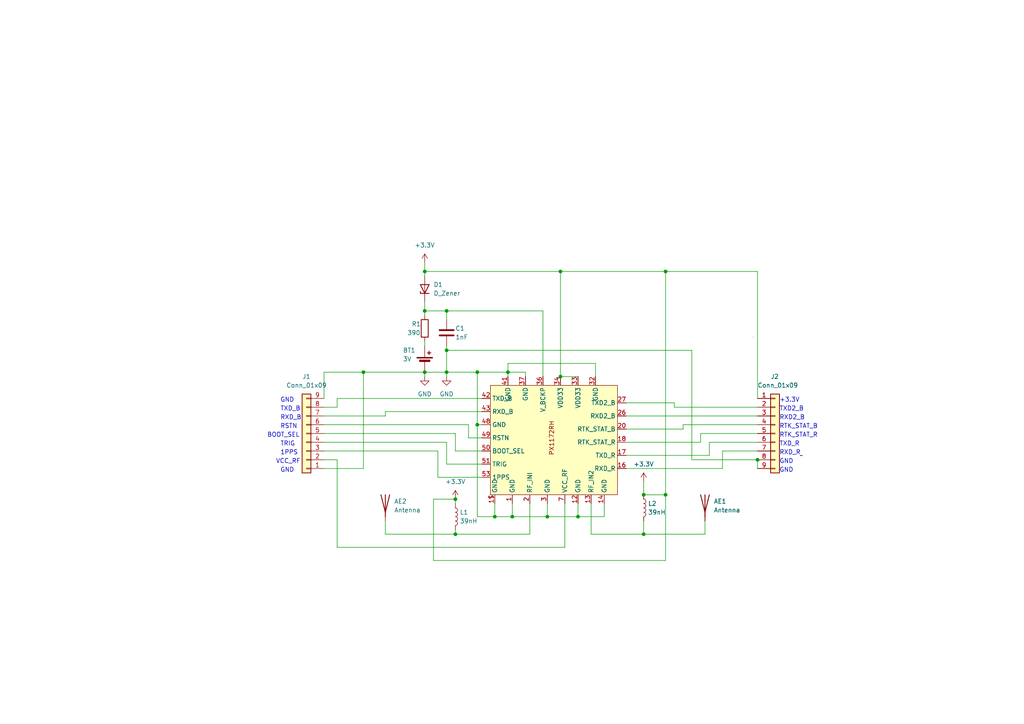
<source format=kicad_sch>
(kicad_sch (version 20230121) (generator eeschema)

  (uuid 2356b92f-407f-4e19-8c3e-465665545ff2)

  (paper "A4")

  (lib_symbols
    (symbol "Connector_Generic:Conn_01x09" (pin_names (offset 1.016) hide) (in_bom yes) (on_board yes)
      (property "Reference" "J" (at 0 12.7 0)
        (effects (font (size 1.27 1.27)))
      )
      (property "Value" "Conn_01x09" (at 0 -12.7 0)
        (effects (font (size 1.27 1.27)))
      )
      (property "Footprint" "" (at 0 0 0)
        (effects (font (size 1.27 1.27)) hide)
      )
      (property "Datasheet" "~" (at 0 0 0)
        (effects (font (size 1.27 1.27)) hide)
      )
      (property "ki_keywords" "connector" (at 0 0 0)
        (effects (font (size 1.27 1.27)) hide)
      )
      (property "ki_description" "Generic connector, single row, 01x09, script generated (kicad-library-utils/schlib/autogen/connector/)" (at 0 0 0)
        (effects (font (size 1.27 1.27)) hide)
      )
      (property "ki_fp_filters" "Connector*:*_1x??_*" (at 0 0 0)
        (effects (font (size 1.27 1.27)) hide)
      )
      (symbol "Conn_01x09_1_1"
        (rectangle (start -1.27 -10.033) (end 0 -10.287)
          (stroke (width 0.1524) (type default))
          (fill (type none))
        )
        (rectangle (start -1.27 -7.493) (end 0 -7.747)
          (stroke (width 0.1524) (type default))
          (fill (type none))
        )
        (rectangle (start -1.27 -4.953) (end 0 -5.207)
          (stroke (width 0.1524) (type default))
          (fill (type none))
        )
        (rectangle (start -1.27 -2.413) (end 0 -2.667)
          (stroke (width 0.1524) (type default))
          (fill (type none))
        )
        (rectangle (start -1.27 0.127) (end 0 -0.127)
          (stroke (width 0.1524) (type default))
          (fill (type none))
        )
        (rectangle (start -1.27 2.667) (end 0 2.413)
          (stroke (width 0.1524) (type default))
          (fill (type none))
        )
        (rectangle (start -1.27 5.207) (end 0 4.953)
          (stroke (width 0.1524) (type default))
          (fill (type none))
        )
        (rectangle (start -1.27 7.747) (end 0 7.493)
          (stroke (width 0.1524) (type default))
          (fill (type none))
        )
        (rectangle (start -1.27 10.287) (end 0 10.033)
          (stroke (width 0.1524) (type default))
          (fill (type none))
        )
        (rectangle (start -1.27 11.43) (end 1.27 -11.43)
          (stroke (width 0.254) (type default))
          (fill (type background))
        )
        (pin passive line (at -5.08 10.16 0) (length 3.81)
          (name "Pin_1" (effects (font (size 1.27 1.27))))
          (number "1" (effects (font (size 1.27 1.27))))
        )
        (pin passive line (at -5.08 7.62 0) (length 3.81)
          (name "Pin_2" (effects (font (size 1.27 1.27))))
          (number "2" (effects (font (size 1.27 1.27))))
        )
        (pin passive line (at -5.08 5.08 0) (length 3.81)
          (name "Pin_3" (effects (font (size 1.27 1.27))))
          (number "3" (effects (font (size 1.27 1.27))))
        )
        (pin passive line (at -5.08 2.54 0) (length 3.81)
          (name "Pin_4" (effects (font (size 1.27 1.27))))
          (number "4" (effects (font (size 1.27 1.27))))
        )
        (pin passive line (at -5.08 0 0) (length 3.81)
          (name "Pin_5" (effects (font (size 1.27 1.27))))
          (number "5" (effects (font (size 1.27 1.27))))
        )
        (pin passive line (at -5.08 -2.54 0) (length 3.81)
          (name "Pin_6" (effects (font (size 1.27 1.27))))
          (number "6" (effects (font (size 1.27 1.27))))
        )
        (pin passive line (at -5.08 -5.08 0) (length 3.81)
          (name "Pin_7" (effects (font (size 1.27 1.27))))
          (number "7" (effects (font (size 1.27 1.27))))
        )
        (pin passive line (at -5.08 -7.62 0) (length 3.81)
          (name "Pin_8" (effects (font (size 1.27 1.27))))
          (number "8" (effects (font (size 1.27 1.27))))
        )
        (pin passive line (at -5.08 -10.16 0) (length 3.81)
          (name "Pin_9" (effects (font (size 1.27 1.27))))
          (number "9" (effects (font (size 1.27 1.27))))
        )
      )
    )
    (symbol "Device:Antenna" (pin_numbers hide) (pin_names (offset 1.016) hide) (in_bom yes) (on_board yes)
      (property "Reference" "AE" (at -1.905 1.905 0)
        (effects (font (size 1.27 1.27)) (justify right))
      )
      (property "Value" "Antenna" (at -1.905 0 0)
        (effects (font (size 1.27 1.27)) (justify right))
      )
      (property "Footprint" "" (at 0 0 0)
        (effects (font (size 1.27 1.27)) hide)
      )
      (property "Datasheet" "~" (at 0 0 0)
        (effects (font (size 1.27 1.27)) hide)
      )
      (property "ki_keywords" "antenna" (at 0 0 0)
        (effects (font (size 1.27 1.27)) hide)
      )
      (property "ki_description" "Antenna" (at 0 0 0)
        (effects (font (size 1.27 1.27)) hide)
      )
      (symbol "Antenna_0_1"
        (polyline
          (pts
            (xy 0 2.54)
            (xy 0 -3.81)
          )
          (stroke (width 0.254) (type default))
          (fill (type none))
        )
        (polyline
          (pts
            (xy 1.27 2.54)
            (xy 0 -2.54)
            (xy -1.27 2.54)
          )
          (stroke (width 0.254) (type default))
          (fill (type none))
        )
      )
      (symbol "Antenna_1_1"
        (pin input line (at 0 -5.08 90) (length 2.54)
          (name "A" (effects (font (size 1.27 1.27))))
          (number "1" (effects (font (size 1.27 1.27))))
        )
      )
    )
    (symbol "Device:Battery_Cell" (pin_numbers hide) (pin_names (offset 0) hide) (in_bom yes) (on_board yes)
      (property "Reference" "BT1" (at -6.35 3.81 0)
        (effects (font (size 1.27 1.27)) (justify left))
      )
      (property "Value" "3V" (at -6.35 1.27 0)
        (effects (font (size 1.27 1.27)) (justify left))
      )
      (property "Footprint" "Gps:BAT_MS920SE-FL27E" (at 10.16 1.27 90)
        (effects (font (size 1.27 1.27)) hide)
      )
      (property "Datasheet" "~" (at 0 1.524 90)
        (effects (font (size 1.27 1.27)) hide)
      )
      (property "ki_keywords" "battery cell" (at 0 0 0)
        (effects (font (size 1.27 1.27)) hide)
      )
      (property "ki_description" "Single-cell battery" (at 0 0 0)
        (effects (font (size 1.27 1.27)) hide)
      )
      (symbol "Battery_Cell_0_1"
        (rectangle (start -2.286 1.778) (end 2.286 1.524)
          (stroke (width 0) (type default))
          (fill (type outline))
        )
        (rectangle (start -1.524 1.016) (end 1.524 0.508)
          (stroke (width 0) (type default))
          (fill (type outline))
        )
        (polyline
          (pts
            (xy 0 0.762)
            (xy 0 0)
          )
          (stroke (width 0) (type default))
          (fill (type none))
        )
        (polyline
          (pts
            (xy 0 1.778)
            (xy 0 2.54)
          )
          (stroke (width 0) (type default))
          (fill (type none))
        )
        (polyline
          (pts
            (xy 0.762 3.048)
            (xy 1.778 3.048)
          )
          (stroke (width 0.254) (type default))
          (fill (type none))
        )
        (polyline
          (pts
            (xy 1.27 3.556)
            (xy 1.27 2.54)
          )
          (stroke (width 0.254) (type default))
          (fill (type none))
        )
      )
      (symbol "Battery_Cell_1_1"
        (pin passive line (at 0 -2.54 90) (length 2.54)
          (name "-" (effects (font (size 1.27 1.27))))
          (number "N" (effects (font (size 1.27 1.27))))
        )
        (pin passive line (at 0 5.08 270) (length 2.54)
          (name "+" (effects (font (size 1.27 1.27))))
          (number "P" (effects (font (size 1.27 1.27))))
        )
      )
    )
    (symbol "Device:C" (pin_numbers hide) (pin_names (offset 0.254)) (in_bom yes) (on_board yes)
      (property "Reference" "C" (at 0.635 2.54 0)
        (effects (font (size 1.27 1.27)) (justify left))
      )
      (property "Value" "C" (at 0.635 -2.54 0)
        (effects (font (size 1.27 1.27)) (justify left))
      )
      (property "Footprint" "" (at 0.9652 -3.81 0)
        (effects (font (size 1.27 1.27)) hide)
      )
      (property "Datasheet" "~" (at 0 0 0)
        (effects (font (size 1.27 1.27)) hide)
      )
      (property "ki_keywords" "cap capacitor" (at 0 0 0)
        (effects (font (size 1.27 1.27)) hide)
      )
      (property "ki_description" "Unpolarized capacitor" (at 0 0 0)
        (effects (font (size 1.27 1.27)) hide)
      )
      (property "ki_fp_filters" "C_*" (at 0 0 0)
        (effects (font (size 1.27 1.27)) hide)
      )
      (symbol "C_0_1"
        (polyline
          (pts
            (xy -2.032 -0.762)
            (xy 2.032 -0.762)
          )
          (stroke (width 0.508) (type default))
          (fill (type none))
        )
        (polyline
          (pts
            (xy -2.032 0.762)
            (xy 2.032 0.762)
          )
          (stroke (width 0.508) (type default))
          (fill (type none))
        )
      )
      (symbol "C_1_1"
        (pin passive line (at 0 3.81 270) (length 2.794)
          (name "~" (effects (font (size 1.27 1.27))))
          (number "1" (effects (font (size 1.27 1.27))))
        )
        (pin passive line (at 0 -3.81 90) (length 2.794)
          (name "~" (effects (font (size 1.27 1.27))))
          (number "2" (effects (font (size 1.27 1.27))))
        )
      )
    )
    (symbol "Device:D_Zener" (pin_numbers hide) (pin_names (offset 1.016) hide) (in_bom yes) (on_board yes)
      (property "Reference" "D1" (at 1.27 -2.54 90)
        (effects (font (size 1.27 1.27)) (justify right))
      )
      (property "Value" "D_Zener" (at -1.27 -2.54 90)
        (effects (font (size 1.27 1.27)) (justify right))
      )
      (property "Footprint" "Gps:DIO_RB400DFH_ROM-M" (at 0 -3.81 0)
        (effects (font (size 1.27 1.27)) hide)
      )
      (property "Datasheet" "~" (at 0 0 0)
        (effects (font (size 1.27 1.27)) hide)
      )
      (property "ki_keywords" "diode" (at 0 0 0)
        (effects (font (size 1.27 1.27)) hide)
      )
      (property "ki_description" "Zener diode" (at 0 0 0)
        (effects (font (size 1.27 1.27)) hide)
      )
      (property "ki_fp_filters" "TO-???* *_Diode_* *SingleDiode* D_*" (at 0 0 0)
        (effects (font (size 1.27 1.27)) hide)
      )
      (symbol "D_Zener_0_1"
        (polyline
          (pts
            (xy 1.27 0)
            (xy -1.27 0)
          )
          (stroke (width 0) (type default))
          (fill (type none))
        )
        (polyline
          (pts
            (xy -1.27 -1.27)
            (xy -1.27 1.27)
            (xy -0.762 1.27)
          )
          (stroke (width 0.254) (type default))
          (fill (type none))
        )
        (polyline
          (pts
            (xy 1.27 -1.27)
            (xy 1.27 1.27)
            (xy -1.27 0)
            (xy 1.27 -1.27)
          )
          (stroke (width 0.254) (type default))
          (fill (type none))
        )
      )
      (symbol "D_Zener_1_1"
        (pin passive line (at 3.81 0 180) (length 2.54)
          (name "A" (effects (font (size 1.27 1.27))))
          (number "2" (effects (font (size 1.27 1.27))))
        )
        (pin passive line (at -3.81 0 0) (length 2.54)
          (name "K" (effects (font (size 1.27 1.27))))
          (number "3" (effects (font (size 1.27 1.27))))
        )
      )
    )
    (symbol "Device:L" (pin_numbers hide) (pin_names (offset 1.016) hide) (in_bom yes) (on_board yes)
      (property "Reference" "L" (at -1.27 0 90)
        (effects (font (size 1.27 1.27)))
      )
      (property "Value" "L" (at 1.905 0 90)
        (effects (font (size 1.27 1.27)))
      )
      (property "Footprint" "" (at 0 0 0)
        (effects (font (size 1.27 1.27)) hide)
      )
      (property "Datasheet" "~" (at 0 0 0)
        (effects (font (size 1.27 1.27)) hide)
      )
      (property "ki_keywords" "inductor choke coil reactor magnetic" (at 0 0 0)
        (effects (font (size 1.27 1.27)) hide)
      )
      (property "ki_description" "Inductor" (at 0 0 0)
        (effects (font (size 1.27 1.27)) hide)
      )
      (property "ki_fp_filters" "Choke_* *Coil* Inductor_* L_*" (at 0 0 0)
        (effects (font (size 1.27 1.27)) hide)
      )
      (symbol "L_0_1"
        (arc (start 0 -2.54) (mid 0.6323 -1.905) (end 0 -1.27)
          (stroke (width 0) (type default))
          (fill (type none))
        )
        (arc (start 0 -1.27) (mid 0.6323 -0.635) (end 0 0)
          (stroke (width 0) (type default))
          (fill (type none))
        )
        (arc (start 0 0) (mid 0.6323 0.635) (end 0 1.27)
          (stroke (width 0) (type default))
          (fill (type none))
        )
        (arc (start 0 1.27) (mid 0.6323 1.905) (end 0 2.54)
          (stroke (width 0) (type default))
          (fill (type none))
        )
      )
      (symbol "L_1_1"
        (pin passive line (at 0 3.81 270) (length 1.27)
          (name "1" (effects (font (size 1.27 1.27))))
          (number "1" (effects (font (size 1.27 1.27))))
        )
        (pin passive line (at 0 -3.81 90) (length 1.27)
          (name "2" (effects (font (size 1.27 1.27))))
          (number "2" (effects (font (size 1.27 1.27))))
        )
      )
    )
    (symbol "Device:R" (pin_numbers hide) (pin_names (offset 0)) (in_bom yes) (on_board yes)
      (property "Reference" "R" (at 2.032 0 90)
        (effects (font (size 1.27 1.27)))
      )
      (property "Value" "R" (at 0 0 90)
        (effects (font (size 1.27 1.27)))
      )
      (property "Footprint" "" (at -1.778 0 90)
        (effects (font (size 1.27 1.27)) hide)
      )
      (property "Datasheet" "~" (at 0 0 0)
        (effects (font (size 1.27 1.27)) hide)
      )
      (property "ki_keywords" "R res resistor" (at 0 0 0)
        (effects (font (size 1.27 1.27)) hide)
      )
      (property "ki_description" "Resistor" (at 0 0 0)
        (effects (font (size 1.27 1.27)) hide)
      )
      (property "ki_fp_filters" "R_*" (at 0 0 0)
        (effects (font (size 1.27 1.27)) hide)
      )
      (symbol "R_0_1"
        (rectangle (start -1.016 -2.54) (end 1.016 2.54)
          (stroke (width 0.254) (type default))
          (fill (type none))
        )
      )
      (symbol "R_1_1"
        (pin passive line (at 0 3.81 270) (length 1.27)
          (name "~" (effects (font (size 1.27 1.27))))
          (number "1" (effects (font (size 1.27 1.27))))
        )
        (pin passive line (at 0 -3.81 90) (length 1.27)
          (name "~" (effects (font (size 1.27 1.27))))
          (number "2" (effects (font (size 1.27 1.27))))
        )
      )
    )
    (symbol "GPS:PX1172RH" (in_bom yes) (on_board yes)
      (property "Reference" "U1" (at 53.34 24.7081 0)
        (effects (font (size 1.27 1.27)) hide)
      )
      (property "Value" "~" (at 64.77 5.08 0)
        (effects (font (size 1.27 1.27)))
      )
      (property "Footprint" "Gps:PX1172RH" (at 64.77 5.08 0)
        (effects (font (size 1.27 1.27)) hide)
      )
      (property "Datasheet" "" (at 64.77 5.08 0)
        (effects (font (size 1.27 1.27)) hide)
      )
      (symbol "PX1172RH_0_1"
        (rectangle (start 50.8 39.37) (end 50.8 39.37)
          (stroke (width 0) (type default))
          (fill (type none))
        )
      )
      (symbol "PX1172RH_1_1"
        (rectangle (start -25.4 25.4) (end 11.43 -6.35)
          (stroke (width 0) (type default))
          (fill (type background))
        )
        (text "PX1172RH" (at -7.62 10.16 900)
          (effects (font (size 1.27 1.27)))
        )
        (pin power_in line (at -19.05 -8.89 90) (length 2.54)
          (name "GND" (effects (font (size 1.27 1.27))))
          (number "1" (effects (font (size 1.27 1.27))))
        )
        (pin passive line (at -24.13 -8.89 90) (length 2.54)
          (name "GND" (effects (font (size 1.27 1.27))))
          (number "1$" (effects (font (size 1.27 1.27))))
        )
        (pin input line (at 0 -8.89 90) (length 2.54)
          (name "GND" (effects (font (size 1.27 1.27))))
          (number "12" (effects (font (size 1.27 1.27))))
        )
        (pin input line (at 3.81 -8.89 90) (length 2.54)
          (name "RF_IN2" (effects (font (size 1.27 1.27))))
          (number "13" (effects (font (size 1.27 1.27))))
        )
        (pin input line (at 7.62 -8.89 90) (length 2.54)
          (name "GND" (effects (font (size 1.27 1.27))))
          (number "14" (effects (font (size 1.27 1.27))))
        )
        (pin input line (at 13.97 1.27 180) (length 2.54)
          (name "RXD_R" (effects (font (size 1.27 1.27))))
          (number "16" (effects (font (size 1.27 1.27))))
        )
        (pin input line (at 13.97 5.08 180) (length 2.54)
          (name "TXD_R" (effects (font (size 1.27 1.27))))
          (number "17" (effects (font (size 1.27 1.27))))
        )
        (pin power_in line (at 13.97 8.89 180) (length 2.54)
          (name "RTK_STAT_R" (effects (font (size 1.27 1.27))))
          (number "18" (effects (font (size 1.27 1.27))))
        )
        (pin input line (at -13.97 -8.89 90) (length 2.54)
          (name "RF_INI" (effects (font (size 1.27 1.27))))
          (number "2" (effects (font (size 1.27 1.27))))
        )
        (pin power_in line (at 13.97 12.7 180) (length 2.54)
          (name "RTK_STAT_B" (effects (font (size 1.27 1.27))))
          (number "20" (effects (font (size 1.27 1.27))))
        )
        (pin input line (at 13.97 16.51 180) (length 2.54)
          (name "RXD2_B" (effects (font (size 1.27 1.27))))
          (number "26" (effects (font (size 1.27 1.27))))
        )
        (pin power_in line (at 13.97 20.32 180) (length 2.54)
          (name "TXD2_B" (effects (font (size 1.27 1.27))))
          (number "27" (effects (font (size 1.27 1.27))))
        )
        (pin input line (at -8.89 -8.89 90) (length 2.54)
          (name "GND" (effects (font (size 1.27 1.27))))
          (number "3" (effects (font (size 1.27 1.27))))
        )
        (pin input line (at 5.08 27.94 270) (length 2.54)
          (name "GND" (effects (font (size 1.27 1.27))))
          (number "32" (effects (font (size 1.27 1.27))))
        )
        (pin input line (at 0 27.94 270) (length 2.54)
          (name "VDD33" (effects (font (size 1.27 1.27))))
          (number "33" (effects (font (size 1.27 1.27))))
        )
        (pin input line (at -5.08 27.94 270) (length 2.54)
          (name "VDD33" (effects (font (size 1.27 1.27))))
          (number "34" (effects (font (size 1.27 1.27))))
        )
        (pin input line (at -10.16 27.94 270) (length 2.54)
          (name "V_BCKP" (effects (font (size 1.27 1.27))))
          (number "36" (effects (font (size 1.27 1.27))))
        )
        (pin input line (at -15.24 27.94 270) (length 2.54)
          (name "GND" (effects (font (size 1.27 1.27))))
          (number "37" (effects (font (size 1.27 1.27))))
        )
        (pin input line (at -20.32 27.94 270) (length 2.54)
          (name "GND" (effects (font (size 1.27 1.27))))
          (number "41" (effects (font (size 1.27 1.27))))
        )
        (pin output line (at -27.94 21.59 0) (length 2.54)
          (name "TXD_B" (effects (font (size 1.27 1.27))))
          (number "42" (effects (font (size 1.27 1.27))))
        )
        (pin input line (at -27.94 17.78 0) (length 2.54)
          (name "RXD_B" (effects (font (size 1.27 1.27))))
          (number "43" (effects (font (size 1.27 1.27))))
        )
        (pin input line (at -27.94 13.97 0) (length 2.54)
          (name "GND" (effects (font (size 1.27 1.27))))
          (number "48" (effects (font (size 1.27 1.27))))
        )
        (pin input line (at -27.94 10.16 0) (length 2.54)
          (name "RSTN" (effects (font (size 1.27 1.27))))
          (number "49" (effects (font (size 1.27 1.27))))
        )
        (pin input line (at -27.94 6.35 0) (length 2.54)
          (name "BOOT_SEL" (effects (font (size 1.27 1.27))))
          (number "50" (effects (font (size 1.27 1.27))))
        )
        (pin input line (at -27.94 2.54 0) (length 2.54)
          (name "TRIG" (effects (font (size 1.27 1.27))))
          (number "51" (effects (font (size 1.27 1.27))))
        )
        (pin input line (at -27.94 -1.27 0) (length 2.54)
          (name "1PPS" (effects (font (size 1.27 1.27))))
          (number "53" (effects (font (size 1.27 1.27))))
        )
        (pin input line (at -3.81 -8.89 90) (length 2.54)
          (name "VCC_RF" (effects (font (size 1.27 1.27))))
          (number "7" (effects (font (size 1.27 1.27))))
        )
      )
    )
    (symbol "power:+3.3V" (power) (pin_names (offset 0)) (in_bom yes) (on_board yes)
      (property "Reference" "#PWR" (at 0 -3.81 0)
        (effects (font (size 1.27 1.27)) hide)
      )
      (property "Value" "+3.3V" (at 0 3.556 0)
        (effects (font (size 1.27 1.27)))
      )
      (property "Footprint" "" (at 0 0 0)
        (effects (font (size 1.27 1.27)) hide)
      )
      (property "Datasheet" "" (at 0 0 0)
        (effects (font (size 1.27 1.27)) hide)
      )
      (property "ki_keywords" "global power" (at 0 0 0)
        (effects (font (size 1.27 1.27)) hide)
      )
      (property "ki_description" "Power symbol creates a global label with name \"+3.3V\"" (at 0 0 0)
        (effects (font (size 1.27 1.27)) hide)
      )
      (symbol "+3.3V_0_1"
        (polyline
          (pts
            (xy -0.762 1.27)
            (xy 0 2.54)
          )
          (stroke (width 0) (type default))
          (fill (type none))
        )
        (polyline
          (pts
            (xy 0 0)
            (xy 0 2.54)
          )
          (stroke (width 0) (type default))
          (fill (type none))
        )
        (polyline
          (pts
            (xy 0 2.54)
            (xy 0.762 1.27)
          )
          (stroke (width 0) (type default))
          (fill (type none))
        )
      )
      (symbol "+3.3V_1_1"
        (pin power_in line (at 0 0 90) (length 0) hide
          (name "+3.3V" (effects (font (size 1.27 1.27))))
          (number "1" (effects (font (size 1.27 1.27))))
        )
      )
    )
    (symbol "power:GND" (power) (pin_names (offset 0)) (in_bom yes) (on_board yes)
      (property "Reference" "#PWR" (at 0 -6.35 0)
        (effects (font (size 1.27 1.27)) hide)
      )
      (property "Value" "GND" (at 0 -3.81 0)
        (effects (font (size 1.27 1.27)))
      )
      (property "Footprint" "" (at 0 0 0)
        (effects (font (size 1.27 1.27)) hide)
      )
      (property "Datasheet" "" (at 0 0 0)
        (effects (font (size 1.27 1.27)) hide)
      )
      (property "ki_keywords" "global power" (at 0 0 0)
        (effects (font (size 1.27 1.27)) hide)
      )
      (property "ki_description" "Power symbol creates a global label with name \"GND\" , ground" (at 0 0 0)
        (effects (font (size 1.27 1.27)) hide)
      )
      (symbol "GND_0_1"
        (polyline
          (pts
            (xy 0 0)
            (xy 0 -1.27)
            (xy 1.27 -1.27)
            (xy 0 -2.54)
            (xy -1.27 -1.27)
            (xy 0 -1.27)
          )
          (stroke (width 0) (type default))
          (fill (type none))
        )
      )
      (symbol "GND_1_1"
        (pin power_in line (at 0 0 270) (length 0) hide
          (name "GND" (effects (font (size 1.27 1.27))))
          (number "1" (effects (font (size 1.27 1.27))))
        )
      )
    )
  )

  (junction (at 132.08 154.94) (diameter 0) (color 0 0 0 0)
    (uuid 09b400fe-76d7-4daa-a92d-e9871b6dccb0)
  )
  (junction (at 193.04 78.74) (diameter 0) (color 0 0 0 0)
    (uuid 155592f7-fd38-464b-adff-d42cd932c837)
  )
  (junction (at 158.75 149.86) (diameter 0) (color 0 0 0 0)
    (uuid 1f76b517-be01-42ef-a964-86c99d4030d2)
  )
  (junction (at 129.54 90.17) (diameter 0) (color 0 0 0 0)
    (uuid 24777040-85ca-4947-8798-09b264ba0413)
  )
  (junction (at 129.54 107.95) (diameter 0) (color 0 0 0 0)
    (uuid 2d929422-e472-440e-aa51-c198bc2c4141)
  )
  (junction (at 186.69 154.94) (diameter 0) (color 0 0 0 0)
    (uuid 3599bae6-0950-4729-8d11-d3dfce779dd8)
  )
  (junction (at 148.59 149.86) (diameter 0) (color 0 0 0 0)
    (uuid 37798682-1f38-4ca5-9343-4380ac774c6b)
  )
  (junction (at 123.19 107.95) (diameter 0) (color 0 0 0 0)
    (uuid 41043111-f528-4361-893c-16e4de76f141)
  )
  (junction (at 219.71 133.35) (diameter 0) (color 0 0 0 0)
    (uuid 466d8912-0e1a-4de0-bed2-909299e8a7bf)
  )
  (junction (at 129.54 101.6) (diameter 0) (color 0 0 0 0)
    (uuid 507ae460-cccc-49d7-af6e-388fa29ee56c)
  )
  (junction (at 193.04 143.51) (diameter 0) (color 0 0 0 0)
    (uuid 639fee5b-d37c-4882-8add-fa13e3e67d4c)
  )
  (junction (at 162.56 78.74) (diameter 0) (color 0 0 0 0)
    (uuid 64dbdee1-9e39-4251-b0c6-b6ff70d23d1e)
  )
  (junction (at 143.51 149.86) (diameter 0) (color 0 0 0 0)
    (uuid 7aea70c5-156e-41a3-8cff-a7c16b9c3548)
  )
  (junction (at 186.69 143.51) (diameter 0) (color 0 0 0 0)
    (uuid 7e48e672-6f52-4091-b631-a235c76d3f19)
  )
  (junction (at 147.32 107.95) (diameter 0) (color 0 0 0 0)
    (uuid 7f5966d5-b445-410c-a819-19ecdc12d94e)
  )
  (junction (at 138.43 107.95) (diameter 0) (color 0 0 0 0)
    (uuid 81750810-c373-4b3f-8a09-b485c58b2574)
  )
  (junction (at 105.41 107.95) (diameter 0) (color 0 0 0 0)
    (uuid 95aba3b5-0e7a-400f-a75a-ab9772f13f49)
  )
  (junction (at 162.56 109.22) (diameter 0) (color 0 0 0 0)
    (uuid a13a4f28-2052-46b7-93aa-2eb88c113f64)
  )
  (junction (at 132.08 144.78) (diameter 0) (color 0 0 0 0)
    (uuid af31a8d9-6109-4b25-9e90-2f31287412f1)
  )
  (junction (at 138.43 123.19) (diameter 0) (color 0 0 0 0)
    (uuid b9643f33-c3dd-414f-8819-c2fae22ce5ef)
  )
  (junction (at 123.19 78.74) (diameter 0) (color 0 0 0 0)
    (uuid cb5728dd-2634-49be-adfb-f87e7a4f9b7e)
  )
  (junction (at 167.64 149.86) (diameter 0) (color 0 0 0 0)
    (uuid d47d6cf4-201d-4b81-85ff-654017e74b71)
  )
  (junction (at 123.19 90.17) (diameter 0) (color 0 0 0 0)
    (uuid fbfaf244-18a0-467c-b3f9-28c0cfe0599a)
  )

  (wire (pts (xy 204.47 154.94) (xy 204.47 151.13))
    (stroke (width 0) (type default))
    (uuid 05199bcf-f546-4122-a5a7-db433c4978c4)
  )
  (wire (pts (xy 111.76 119.38) (xy 139.7 119.38))
    (stroke (width 0) (type default))
    (uuid 05bec674-8e01-473e-93a0-89f6edabb9e0)
  )
  (wire (pts (xy 205.74 128.27) (xy 219.71 128.27))
    (stroke (width 0) (type default))
    (uuid 05bf7d60-6430-4be0-86b8-2aacb6b555d4)
  )
  (wire (pts (xy 97.79 158.75) (xy 97.79 133.35))
    (stroke (width 0) (type default))
    (uuid 08928b50-d974-4b91-86e9-5bac7822cc6e)
  )
  (wire (pts (xy 129.54 100.33) (xy 129.54 101.6))
    (stroke (width 0) (type default))
    (uuid 09577c24-21e1-403c-bc5e-ea6a1ee9e91d)
  )
  (wire (pts (xy 127 130.81) (xy 93.98 130.81))
    (stroke (width 0) (type default))
    (uuid 0ca82848-8607-4b16-a143-3373265bed8b)
  )
  (wire (pts (xy 209.55 130.81) (xy 219.71 130.81))
    (stroke (width 0) (type default))
    (uuid 0ff0d2a6-1338-4bd6-9710-0b9219fc15f2)
  )
  (wire (pts (xy 123.19 107.95) (xy 123.19 109.22))
    (stroke (width 0) (type default))
    (uuid 13cdcde4-99c5-47ba-9caf-2b1a18b97523)
  )
  (wire (pts (xy 125.73 162.56) (xy 193.04 162.56))
    (stroke (width 0) (type default))
    (uuid 16da4482-b6b0-4e36-8e4d-343b3bca3808)
  )
  (wire (pts (xy 139.7 123.19) (xy 138.43 123.19))
    (stroke (width 0) (type default))
    (uuid 1e0b23dd-3a80-4fae-9085-dcbec37e94c2)
  )
  (wire (pts (xy 175.26 146.05) (xy 175.26 149.86))
    (stroke (width 0) (type default))
    (uuid 2208b04b-39f2-4cb9-9ebf-72d4caba35a0)
  )
  (wire (pts (xy 163.83 146.05) (xy 163.83 158.75))
    (stroke (width 0) (type default))
    (uuid 23a29ae3-9f13-41f5-8387-3afe6abc50a3)
  )
  (wire (pts (xy 93.98 107.95) (xy 93.98 115.57))
    (stroke (width 0) (type default))
    (uuid 24aee739-cee3-4f35-9f41-e57393d46bef)
  )
  (wire (pts (xy 158.75 146.05) (xy 158.75 149.86))
    (stroke (width 0) (type default))
    (uuid 2505df53-7794-45ab-b19e-60d0154e7aa4)
  )
  (wire (pts (xy 181.61 116.84) (xy 195.58 116.84))
    (stroke (width 0) (type default))
    (uuid 267ff8e8-ef95-49c8-a849-1a2ec0b4669e)
  )
  (wire (pts (xy 93.98 135.89) (xy 105.41 135.89))
    (stroke (width 0) (type default))
    (uuid 2bc34ec3-cc85-4de9-9e00-0d3e02f310fe)
  )
  (wire (pts (xy 181.61 132.08) (xy 205.74 132.08))
    (stroke (width 0) (type default))
    (uuid 2bdfec5a-0a12-49b3-a0b3-7c63ad426dc0)
  )
  (wire (pts (xy 93.98 125.73) (xy 132.08 125.73))
    (stroke (width 0) (type default))
    (uuid 2e4d32c5-b49c-4562-854c-3a3529b0a3d5)
  )
  (wire (pts (xy 105.41 107.95) (xy 93.98 107.95))
    (stroke (width 0) (type default))
    (uuid 35e97a52-5b41-46ff-a3d4-65012cdaba48)
  )
  (wire (pts (xy 123.19 78.74) (xy 162.56 78.74))
    (stroke (width 0) (type default))
    (uuid 368e3caa-fbd7-4312-9f0e-15ada851c0db)
  )
  (wire (pts (xy 123.19 90.17) (xy 123.19 91.44))
    (stroke (width 0) (type default))
    (uuid 3a0339d9-244c-4d5c-aee5-61db57af3923)
  )
  (wire (pts (xy 198.12 124.46) (xy 198.12 123.19))
    (stroke (width 0) (type default))
    (uuid 3c722bae-7d6f-43a9-84de-6aa553a496dc)
  )
  (wire (pts (xy 200.66 101.6) (xy 129.54 101.6))
    (stroke (width 0) (type default))
    (uuid 3e3e004a-92f6-4750-a9b7-effcae756c81)
  )
  (wire (pts (xy 129.54 90.17) (xy 129.54 92.71))
    (stroke (width 0) (type default))
    (uuid 3ec769ea-b8a7-464b-81aa-32c3fe72605b)
  )
  (wire (pts (xy 97.79 133.35) (xy 93.98 133.35))
    (stroke (width 0) (type default))
    (uuid 41e4e6fc-1aa4-4d3a-b34f-e85fbcfea6f4)
  )
  (wire (pts (xy 132.08 154.94) (xy 111.76 154.94))
    (stroke (width 0) (type default))
    (uuid 45b6c06f-6170-4d54-afe9-baba7b208bd4)
  )
  (wire (pts (xy 139.7 127) (xy 135.89 127))
    (stroke (width 0) (type default))
    (uuid 45d2f3c4-1b01-4581-b2ed-7888cb4de421)
  )
  (wire (pts (xy 123.19 78.74) (xy 123.19 80.01))
    (stroke (width 0) (type default))
    (uuid 47dc44c9-89e7-42f1-9bce-9d0aa62c3b3d)
  )
  (wire (pts (xy 148.59 149.86) (xy 148.59 146.05))
    (stroke (width 0) (type default))
    (uuid 49345ea2-00e4-40ed-8514-1665ef238025)
  )
  (wire (pts (xy 132.08 146.05) (xy 132.08 144.78))
    (stroke (width 0) (type default))
    (uuid 4b1dcce7-931c-48b5-9aa4-61faff727348)
  )
  (wire (pts (xy 209.55 135.89) (xy 209.55 130.81))
    (stroke (width 0) (type default))
    (uuid 4bda6b13-0d16-48f4-a1c8-cb942199fcfb)
  )
  (wire (pts (xy 193.04 78.74) (xy 162.56 78.74))
    (stroke (width 0) (type default))
    (uuid 4cf3681a-e104-45e0-92d4-eb233a489530)
  )
  (wire (pts (xy 125.73 144.78) (xy 125.73 162.56))
    (stroke (width 0) (type default))
    (uuid 50f51d1a-81cf-4b9c-bc49-eb8d39195a16)
  )
  (wire (pts (xy 219.71 115.57) (xy 219.71 78.74))
    (stroke (width 0) (type default))
    (uuid 54826627-4a7a-4337-9d59-cce2d4a09639)
  )
  (wire (pts (xy 181.61 128.27) (xy 203.2 128.27))
    (stroke (width 0) (type default))
    (uuid 54c71017-6a67-4179-a9b4-a79ae2164039)
  )
  (wire (pts (xy 200.66 133.35) (xy 200.66 101.6))
    (stroke (width 0) (type default))
    (uuid 56841218-f682-437b-9768-3ff157a26997)
  )
  (wire (pts (xy 203.2 128.27) (xy 203.2 125.73))
    (stroke (width 0) (type default))
    (uuid 5bd44384-cf2f-4456-a03e-b856883e87ac)
  )
  (wire (pts (xy 153.67 154.94) (xy 153.67 146.05))
    (stroke (width 0) (type default))
    (uuid 5de9cdda-e2fd-4257-9c37-a2a57c2906c6)
  )
  (wire (pts (xy 132.08 154.94) (xy 153.67 154.94))
    (stroke (width 0) (type default))
    (uuid 5e5b5d03-c46b-4ab1-9462-f91b924e2c09)
  )
  (wire (pts (xy 186.69 151.13) (xy 186.69 154.94))
    (stroke (width 0) (type default))
    (uuid 616bfe0b-d188-438a-88cf-15e6902f3fc4)
  )
  (wire (pts (xy 105.41 135.89) (xy 105.41 107.95))
    (stroke (width 0) (type default))
    (uuid 61cf8e27-f723-4f56-80c2-460307b75407)
  )
  (wire (pts (xy 152.4 107.95) (xy 147.32 107.95))
    (stroke (width 0) (type default))
    (uuid 641af37d-fe8d-4b53-9b0e-c197c7dcbb0d)
  )
  (wire (pts (xy 123.19 87.63) (xy 123.19 90.17))
    (stroke (width 0) (type default))
    (uuid 662a490e-2a56-49fa-a384-a5cf66a6dd15)
  )
  (wire (pts (xy 138.43 107.95) (xy 138.43 123.19))
    (stroke (width 0) (type default))
    (uuid 692053e2-591e-492a-9493-d8df617c48ea)
  )
  (wire (pts (xy 129.54 107.95) (xy 129.54 109.22))
    (stroke (width 0) (type default))
    (uuid 6b116b49-1576-4b73-bc90-6b28bef9089b)
  )
  (wire (pts (xy 138.43 107.95) (xy 129.54 107.95))
    (stroke (width 0) (type default))
    (uuid 6b7a8250-26a9-4d13-87da-93bb7e7b5a3c)
  )
  (wire (pts (xy 132.08 153.67) (xy 132.08 154.94))
    (stroke (width 0) (type default))
    (uuid 6cd14be5-1347-4d0b-b87b-130e56ae5d36)
  )
  (wire (pts (xy 219.71 133.35) (xy 200.66 133.35))
    (stroke (width 0) (type default))
    (uuid 6cd290d6-f748-4688-8baa-1ab2ebc352a7)
  )
  (wire (pts (xy 93.98 118.11) (xy 97.79 118.11))
    (stroke (width 0) (type default))
    (uuid 6d0aa1e5-f6d2-4e51-a898-47beb9013ccc)
  )
  (wire (pts (xy 129.54 134.62) (xy 129.54 128.27))
    (stroke (width 0) (type default))
    (uuid 6f8501ec-c938-49d9-90ca-6125c534e502)
  )
  (wire (pts (xy 181.61 120.65) (xy 219.71 120.65))
    (stroke (width 0) (type default))
    (uuid 6fbe7e4c-fe84-4edd-9842-0a0901e8ff71)
  )
  (wire (pts (xy 143.51 146.05) (xy 143.51 149.86))
    (stroke (width 0) (type default))
    (uuid 6fe31a3b-7841-4442-a4b9-bc08eb077b7a)
  )
  (wire (pts (xy 157.48 90.17) (xy 157.48 109.22))
    (stroke (width 0) (type default))
    (uuid 7380e3cb-2b90-479d-b056-48fe3c8d874c)
  )
  (wire (pts (xy 135.89 123.19) (xy 93.98 123.19))
    (stroke (width 0) (type default))
    (uuid 75164842-a410-4163-9389-fc241e8e0035)
  )
  (wire (pts (xy 138.43 149.86) (xy 143.51 149.86))
    (stroke (width 0) (type default))
    (uuid 76747616-2752-4081-adb1-b27741bf130c)
  )
  (wire (pts (xy 158.75 149.86) (xy 167.64 149.86))
    (stroke (width 0) (type default))
    (uuid 77ee2a4a-7bfa-46bc-955a-6baf5dbe36d8)
  )
  (wire (pts (xy 147.32 107.95) (xy 138.43 107.95))
    (stroke (width 0) (type default))
    (uuid 78383603-26b9-4fcd-9946-8ef808e003b8)
  )
  (wire (pts (xy 152.4 109.22) (xy 152.4 107.95))
    (stroke (width 0) (type default))
    (uuid 7a27981d-b8cf-487b-a17f-86bf4f327d6b)
  )
  (wire (pts (xy 147.32 105.41) (xy 147.32 107.95))
    (stroke (width 0) (type default))
    (uuid 7c85c77a-6bee-4121-aee9-eefe64b3c754)
  )
  (wire (pts (xy 139.7 138.43) (xy 127 138.43))
    (stroke (width 0) (type default))
    (uuid 7ee49338-a32f-4d6d-bba0-596af3892df1)
  )
  (wire (pts (xy 123.19 76.2) (xy 123.19 78.74))
    (stroke (width 0) (type default))
    (uuid 82b2ea4a-8409-48c7-9710-3315d16abaac)
  )
  (wire (pts (xy 195.58 116.84) (xy 195.58 118.11))
    (stroke (width 0) (type default))
    (uuid 86747864-f38d-405c-9f11-0e8a2e8eaab6)
  )
  (wire (pts (xy 162.56 109.22) (xy 162.56 78.74))
    (stroke (width 0) (type default))
    (uuid 8696e69b-e7f9-4448-8e5d-ad7e50dd5d42)
  )
  (wire (pts (xy 111.76 154.94) (xy 111.76 151.13))
    (stroke (width 0) (type default))
    (uuid 88dbe359-14f7-4d87-8804-f9b7717c7e01)
  )
  (wire (pts (xy 127 138.43) (xy 127 130.81))
    (stroke (width 0) (type default))
    (uuid 8f92867f-f8f7-40a1-98f4-cc1f7f6de730)
  )
  (wire (pts (xy 175.26 149.86) (xy 167.64 149.86))
    (stroke (width 0) (type default))
    (uuid 90409648-3c6b-4ee5-9d7f-d31985b1d074)
  )
  (wire (pts (xy 219.71 78.74) (xy 193.04 78.74))
    (stroke (width 0) (type default))
    (uuid 916b37f7-20b7-40de-b0fe-9582e58c040b)
  )
  (wire (pts (xy 143.51 149.86) (xy 148.59 149.86))
    (stroke (width 0) (type default))
    (uuid 919cdbe2-ed82-4fd7-9e34-f46330e12e58)
  )
  (wire (pts (xy 219.71 133.35) (xy 219.71 135.89))
    (stroke (width 0) (type default))
    (uuid 9456e217-6974-4ab7-80de-3ca39630c9d0)
  )
  (wire (pts (xy 172.72 109.22) (xy 172.72 105.41))
    (stroke (width 0) (type default))
    (uuid 99b00925-a763-4ea5-9d3a-730b31014a50)
  )
  (wire (pts (xy 129.54 128.27) (xy 93.98 128.27))
    (stroke (width 0) (type default))
    (uuid 9ceeb965-22d0-4218-9538-adef9b957b3a)
  )
  (wire (pts (xy 97.79 118.11) (xy 97.79 115.57))
    (stroke (width 0) (type default))
    (uuid a0c843e5-535e-447d-a529-947bce9243ef)
  )
  (wire (pts (xy 171.45 154.94) (xy 171.45 146.05))
    (stroke (width 0) (type default))
    (uuid a9855473-a60d-4173-b893-1ab30bf420bf)
  )
  (wire (pts (xy 135.89 127) (xy 135.89 123.19))
    (stroke (width 0) (type default))
    (uuid b16629b9-6842-4353-a3a1-48a74a04909e)
  )
  (wire (pts (xy 186.69 154.94) (xy 171.45 154.94))
    (stroke (width 0) (type default))
    (uuid b5df5b71-7651-4193-9698-e26ba7b75b5f)
  )
  (wire (pts (xy 97.79 115.57) (xy 139.7 115.57))
    (stroke (width 0) (type default))
    (uuid ba4e70ed-d54d-4554-8fe7-90b4afa9c17e)
  )
  (wire (pts (xy 123.19 107.95) (xy 105.41 107.95))
    (stroke (width 0) (type default))
    (uuid baee5a6a-5c4d-49e9-9f6f-d7a428a369b3)
  )
  (wire (pts (xy 198.12 123.19) (xy 219.71 123.19))
    (stroke (width 0) (type default))
    (uuid bcd06ae4-7066-434f-97e9-ef6ecc1dc725)
  )
  (wire (pts (xy 181.61 124.46) (xy 198.12 124.46))
    (stroke (width 0) (type default))
    (uuid bd97b271-225e-437e-be48-01ed8414e2d6)
  )
  (wire (pts (xy 193.04 143.51) (xy 193.04 162.56))
    (stroke (width 0) (type default))
    (uuid bdd1f956-4d42-40cb-9b34-871e4ae287cf)
  )
  (wire (pts (xy 195.58 118.11) (xy 219.71 118.11))
    (stroke (width 0) (type default))
    (uuid bfb7df73-460b-4cf3-89da-2604bf50567e)
  )
  (wire (pts (xy 132.08 130.81) (xy 132.08 125.73))
    (stroke (width 0) (type default))
    (uuid c0df227c-2d47-444b-a240-0c3174a243a4)
  )
  (wire (pts (xy 158.75 149.86) (xy 148.59 149.86))
    (stroke (width 0) (type default))
    (uuid c4168708-521c-4fff-b894-7972ec1b0747)
  )
  (wire (pts (xy 123.19 99.06) (xy 123.19 100.33))
    (stroke (width 0) (type default))
    (uuid c4a49437-f361-4d0b-b577-71ef57b5e021)
  )
  (wire (pts (xy 186.69 139.7) (xy 186.69 143.51))
    (stroke (width 0) (type default))
    (uuid c5818215-03bb-4327-97e3-0b77b7a07217)
  )
  (wire (pts (xy 186.69 143.51) (xy 193.04 143.51))
    (stroke (width 0) (type default))
    (uuid c6269385-3192-4b76-a021-362017730d62)
  )
  (wire (pts (xy 172.72 105.41) (xy 147.32 105.41))
    (stroke (width 0) (type default))
    (uuid cbceddfd-0a50-4cfe-b003-a11915f5d6ce)
  )
  (wire (pts (xy 129.54 90.17) (xy 157.48 90.17))
    (stroke (width 0) (type default))
    (uuid d1c821a7-0cc7-4370-aec7-9f3bf44c90cf)
  )
  (wire (pts (xy 167.64 146.05) (xy 167.64 149.86))
    (stroke (width 0) (type default))
    (uuid d2ad9391-c090-4cf4-a7a8-7ef80c82cb7e)
  )
  (wire (pts (xy 139.7 130.81) (xy 132.08 130.81))
    (stroke (width 0) (type default))
    (uuid d54665d4-f591-409a-bf99-de9020f8e812)
  )
  (wire (pts (xy 205.74 132.08) (xy 205.74 128.27))
    (stroke (width 0) (type default))
    (uuid d72180fe-22a5-4566-8060-f559dbd67365)
  )
  (wire (pts (xy 138.43 123.19) (xy 138.43 149.86))
    (stroke (width 0) (type default))
    (uuid d889bff5-cd2a-4358-8ff2-fe0b89e0aa57)
  )
  (wire (pts (xy 162.56 109.22) (xy 167.64 109.22))
    (stroke (width 0) (type default))
    (uuid dc13d057-1a5f-41dd-acd8-d242c9805671)
  )
  (wire (pts (xy 203.2 125.73) (xy 219.71 125.73))
    (stroke (width 0) (type default))
    (uuid de3e2bbe-fc02-448e-90fa-673b62b0d1e3)
  )
  (wire (pts (xy 186.69 154.94) (xy 204.47 154.94))
    (stroke (width 0) (type default))
    (uuid e0086c9e-0757-4ccc-9fbd-25d6693f2813)
  )
  (wire (pts (xy 163.83 158.75) (xy 97.79 158.75))
    (stroke (width 0) (type default))
    (uuid e023e27a-23df-4b47-980d-fb9b5b7ad64c)
  )
  (wire (pts (xy 129.54 101.6) (xy 129.54 107.95))
    (stroke (width 0) (type default))
    (uuid e4e9c64c-0945-44f6-bcf8-6fc2f1424117)
  )
  (wire (pts (xy 123.19 107.95) (xy 129.54 107.95))
    (stroke (width 0) (type default))
    (uuid e5a1c459-ab3e-435b-b586-6b8a756c3ced)
  )
  (wire (pts (xy 111.76 120.65) (xy 111.76 119.38))
    (stroke (width 0) (type default))
    (uuid e6328826-90e4-48b8-90c3-0deada32fb71)
  )
  (wire (pts (xy 111.76 120.65) (xy 93.98 120.65))
    (stroke (width 0) (type default))
    (uuid e81e9e59-a35c-4965-b541-521ef98aa16f)
  )
  (wire (pts (xy 129.54 90.17) (xy 123.19 90.17))
    (stroke (width 0) (type default))
    (uuid e9d194d2-29db-4f96-af70-e743b984dd7a)
  )
  (wire (pts (xy 181.61 135.89) (xy 209.55 135.89))
    (stroke (width 0) (type default))
    (uuid eac29940-070f-497c-8199-1e18c3695182)
  )
  (wire (pts (xy 147.32 107.95) (xy 147.32 109.22))
    (stroke (width 0) (type default))
    (uuid ed3f1457-6246-4fde-bde4-356cf1ed706b)
  )
  (wire (pts (xy 139.7 134.62) (xy 129.54 134.62))
    (stroke (width 0) (type default))
    (uuid fa15058e-d810-4629-8fe4-a40c7094f618)
  )
  (wire (pts (xy 193.04 78.74) (xy 193.04 143.51))
    (stroke (width 0) (type default))
    (uuid fea729bb-1adb-495a-a114-bfb508b63651)
  )
  (wire (pts (xy 132.08 144.78) (xy 125.73 144.78))
    (stroke (width 0) (type default))
    (uuid ff46a41e-8ad8-45b2-9b34-cc0980a0f324)
  )

  (text "RSTN" (at 81.28 124.46 0)
    (effects (font (size 1.27 1.27)) (justify left bottom))
    (uuid 0a940bc4-aced-44f8-bae7-eb07356fbe03)
  )
  (text "TXD_B" (at 81.28 119.38 0)
    (effects (font (size 1.27 1.27)) (justify left bottom))
    (uuid 0dee1e35-b42d-4f60-805b-09914b3d86b2)
  )
  (text "RTK_STAT_R" (at 226.06 127 0)
    (effects (font (size 1.27 1.27)) (justify left bottom))
    (uuid 115d94eb-00ae-45dd-951b-26db1d4c2d92)
  )
  (text "GND" (at 226.06 134.62 0)
    (effects (font (size 1.27 1.27)) (justify left bottom))
    (uuid 1a774a1a-847c-4b33-884b-3611efd44f30)
  )
  (text "RXD_R" (at 226.06 132.08 0)
    (effects (font (size 1.27 1.27)) (justify left bottom))
    (uuid 40264076-fa20-4bcc-83a4-92e166954cc6)
  )
  (text "BOOT_SEL" (at 77.47 127 0)
    (effects (font (size 1.27 1.27)) (justify left bottom))
    (uuid 45f73610-ecbd-4a72-833f-882c1f9d567a)
  )
  (text "RTK_STAT_B" (at 226.06 124.46 0)
    (effects (font (size 1.27 1.27)) (justify left bottom))
    (uuid 49416757-13c3-47c6-bc08-5b6226a631d3)
  )
  (text "GND" (at 81.28 116.84 0)
    (effects (font (size 1.27 1.27)) (justify left bottom))
    (uuid 607e1519-5bb3-40ad-9a7c-f46374ef44b7)
  )
  (text "VCC_RF" (at 80.01 134.62 0)
    (effects (font (size 1.27 1.27)) (justify left bottom))
    (uuid 66a328d2-eaf1-4551-8ea5-bd166f43b71a)
  )
  (text "GND" (at 81.28 137.16 0)
    (effects (font (size 1.27 1.27)) (justify left bottom))
    (uuid 73a23e3f-141a-4a1f-a0f1-aed54598ee0a)
  )
  (text "RXD2_B" (at 226.06 121.92 0)
    (effects (font (size 1.27 1.27)) (justify left bottom))
    (uuid 8dff6089-6344-4fa3-bdbb-3500e1166ddb)
  )
  (text "1PPS" (at 81.28 132.08 0)
    (effects (font (size 1.27 1.27)) (justify left bottom))
    (uuid 941a683e-737f-48b1-b391-eabd0a07f449)
  )
  (text "TXD2_B" (at 226.06 119.38 0)
    (effects (font (size 1.27 1.27)) (justify left bottom))
    (uuid 980d152c-eb5c-467a-a536-b0a0f027abd9)
  )
  (text "RXD_B" (at 81.28 121.92 0)
    (effects (font (size 1.27 1.27)) (justify left bottom))
    (uuid a0463c9e-b5bd-4216-b5e8-8d660740aaa4)
  )
  (text "GND" (at 226.06 137.16 0)
    (effects (font (size 1.27 1.27)) (justify left bottom))
    (uuid c63e7a0e-5cc5-4b4d-a526-8ce7c36d7888)
  )
  (text "TXD_R" (at 226.06 129.54 0)
    (effects (font (size 1.27 1.27)) (justify left bottom))
    (uuid ce6a3aaf-1147-49c4-a46a-0342ae1487cd)
  )
  (text "TRIG" (at 81.28 129.54 0)
    (effects (font (size 1.27 1.27)) (justify left bottom))
    (uuid d060d304-d658-4186-a111-2bb63c3923e9)
  )
  (text "+3.3V" (at 226.06 116.84 0)
    (effects (font (size 1.27 1.27)) (justify left bottom))
    (uuid f670a2e1-dabb-45ee-a444-2800f4a67295)
  )

  (symbol (lib_id "Device:Antenna") (at 204.47 146.05 0) (unit 1)
    (in_bom yes) (on_board yes) (dnp no) (fields_autoplaced)
    (uuid 03f8a0d4-a335-40c0-9387-708045c5b807)
    (property "Reference" "AE1" (at 207.01 145.415 0)
      (effects (font (size 1.27 1.27)) (justify left))
    )
    (property "Value" "Antenna" (at 207.01 147.955 0)
      (effects (font (size 1.27 1.27)) (justify left))
    )
    (property "Footprint" "Gps:SMA_Molex_73251-1153_EdgeMount_Horizontal" (at 204.47 146.05 0)
      (effects (font (size 1.27 1.27)) hide)
    )
    (property "Datasheet" "~" (at 204.47 146.05 0)
      (effects (font (size 1.27 1.27)) hide)
    )
    (pin "1" (uuid 138653c7-27aa-4bbd-8480-f96a932ca56c))
    (instances
      (project "TEST"
        (path "/2356b92f-407f-4e19-8c3e-465665545ff2"
          (reference "AE1") (unit 1)
        )
      )
    )
  )

  (symbol (lib_id "power:+3.3V") (at 132.08 144.78 0) (unit 1)
    (in_bom yes) (on_board yes) (dnp no) (fields_autoplaced)
    (uuid 065c414a-9338-4e44-af1f-8824906ece6b)
    (property "Reference" "#PWR02" (at 132.08 148.59 0)
      (effects (font (size 1.27 1.27)) hide)
    )
    (property "Value" "+3.3V" (at 132.08 139.7 0)
      (effects (font (size 1.27 1.27)))
    )
    (property "Footprint" "" (at 132.08 144.78 0)
      (effects (font (size 1.27 1.27)) hide)
    )
    (property "Datasheet" "" (at 132.08 144.78 0)
      (effects (font (size 1.27 1.27)) hide)
    )
    (pin "1" (uuid f38c67fb-0bfc-474e-861f-7c3570539349))
    (instances
      (project "TEST"
        (path "/2356b92f-407f-4e19-8c3e-465665545ff2"
          (reference "#PWR02") (unit 1)
        )
      )
    )
  )

  (symbol (lib_id "Device:L") (at 186.69 147.32 0) (unit 1)
    (in_bom yes) (on_board yes) (dnp no) (fields_autoplaced)
    (uuid 1bb2d144-a9a3-47cf-8cd2-f096b90120a2)
    (property "Reference" "L2" (at 187.96 146.05 0)
      (effects (font (size 1.27 1.27)) (justify left))
    )
    (property "Value" "39nH" (at 187.96 148.59 0)
      (effects (font (size 1.27 1.27)) (justify left))
    )
    (property "Footprint" "" (at 186.69 147.32 0)
      (effects (font (size 1.27 1.27)) hide)
    )
    (property "Datasheet" "~" (at 186.69 147.32 0)
      (effects (font (size 1.27 1.27)) hide)
    )
    (pin "1" (uuid 9236f16b-99e0-4c89-abf7-9bb934fca0b3))
    (pin "2" (uuid 004ac2c3-29da-4830-827f-2c937163d042))
    (instances
      (project "TEST"
        (path "/2356b92f-407f-4e19-8c3e-465665545ff2"
          (reference "L2") (unit 1)
        )
      )
    )
  )

  (symbol (lib_id "Device:R") (at 123.19 95.25 0) (unit 1)
    (in_bom yes) (on_board yes) (dnp no)
    (uuid 246874c1-f31d-42cf-ab01-0a81735a1afd)
    (property "Reference" "R1" (at 119.38 93.98 0)
      (effects (font (size 1.27 1.27)) (justify left))
    )
    (property "Value" "390" (at 118.11 96.52 0)
      (effects (font (size 1.27 1.27)) (justify left))
    )
    (property "Footprint" "Gps:R_0402_1005Metric" (at 121.412 95.25 90)
      (effects (font (size 1.27 1.27)) hide)
    )
    (property "Datasheet" "~" (at 123.19 95.25 0)
      (effects (font (size 1.27 1.27)) hide)
    )
    (pin "1" (uuid 13a3509d-8e79-486d-9a0c-9768c10de41a))
    (pin "2" (uuid 435f7595-525f-4a75-996d-52d5a602dbd3))
    (instances
      (project "TEST"
        (path "/2356b92f-407f-4e19-8c3e-465665545ff2"
          (reference "R1") (unit 1)
        )
      )
    )
  )

  (symbol (lib_id "Device:Antenna") (at 111.76 146.05 0) (unit 1)
    (in_bom yes) (on_board yes) (dnp no) (fields_autoplaced)
    (uuid 47604c19-b663-487c-808d-b33d4c0d2baa)
    (property "Reference" "AE2" (at 114.3 145.415 0)
      (effects (font (size 1.27 1.27)) (justify left))
    )
    (property "Value" "Antenna" (at 114.3 147.955 0)
      (effects (font (size 1.27 1.27)) (justify left))
    )
    (property "Footprint" "Gps:SMA_Molex_73251-1153_EdgeMount_Horizontal" (at 111.76 146.05 0)
      (effects (font (size 1.27 1.27)) hide)
    )
    (property "Datasheet" "~" (at 111.76 146.05 0)
      (effects (font (size 1.27 1.27)) hide)
    )
    (pin "1" (uuid 2a4300a9-eca8-489e-ae9f-cdec076cc75e))
    (instances
      (project "TEST"
        (path "/2356b92f-407f-4e19-8c3e-465665545ff2"
          (reference "AE2") (unit 1)
        )
      )
    )
  )

  (symbol (lib_id "Device:Battery_Cell") (at 123.19 105.41 0) (unit 1)
    (in_bom yes) (on_board yes) (dnp no)
    (uuid 8c95098a-8f15-4a23-a98f-9155fd3faf3f)
    (property "Reference" "BT1" (at 116.84 101.6 0)
      (effects (font (size 1.27 1.27)) (justify left))
    )
    (property "Value" "3V" (at 116.84 104.14 0)
      (effects (font (size 1.27 1.27)) (justify left))
    )
    (property "Footprint" "Gps:BAT_MS920SE-FL27E" (at 133.35 104.14 90)
      (effects (font (size 1.27 1.27)) hide)
    )
    (property "Datasheet" "~" (at 123.19 103.886 90)
      (effects (font (size 1.27 1.27)) hide)
    )
    (pin "P" (uuid 5be76fbb-80e6-4809-b755-5ee36bdad1cf))
    (pin "N" (uuid 88ec74ff-010d-4824-bc83-4233cf8f60b7))
    (instances
      (project "TEST"
        (path "/2356b92f-407f-4e19-8c3e-465665545ff2"
          (reference "BT1") (unit 1)
        )
      )
    )
  )

  (symbol (lib_id "Connector_Generic:Conn_01x09") (at 224.79 125.73 0) (unit 1)
    (in_bom yes) (on_board yes) (dnp no)
    (uuid 9f3a5bfb-7f55-4631-81d5-787e8a230fde)
    (property "Reference" "J2" (at 223.52 109.22 0)
      (effects (font (size 1.27 1.27)) (justify left))
    )
    (property "Value" "Conn_01x09" (at 219.71 111.76 0)
      (effects (font (size 1.27 1.27)) (justify left))
    )
    (property "Footprint" "Gps:PinSocket_1x09_P2.54mm_Vertical" (at 224.79 125.73 0)
      (effects (font (size 1.27 1.27)) hide)
    )
    (property "Datasheet" "~" (at 224.79 125.73 0)
      (effects (font (size 1.27 1.27)) hide)
    )
    (pin "1" (uuid e660968e-cce7-42c7-a36c-9daab8424807))
    (pin "8" (uuid dc05ec2a-1ca0-46ba-811b-e4f22d5ff653))
    (pin "2" (uuid 0101ea5e-c41b-4943-a44e-06ad013a4b4d))
    (pin "6" (uuid 023cb1fc-edd7-4ef9-bd37-9cc263216ab7))
    (pin "5" (uuid 99a4d200-a0e1-4521-b508-6b2d025fac59))
    (pin "9" (uuid 8a261b33-ed9b-482e-93e0-71eb1003cf0f))
    (pin "3" (uuid e85f6f46-4a9e-42bd-a7fe-61b7681bff54))
    (pin "4" (uuid 71c5339b-4dd5-4abb-8337-8663aa225168))
    (pin "7" (uuid c3abeea5-36b6-4c15-8069-99be304c9f75))
    (instances
      (project "TEST"
        (path "/2356b92f-407f-4e19-8c3e-465665545ff2"
          (reference "J2") (unit 1)
        )
      )
    )
  )

  (symbol (lib_id "power:+3.3V") (at 186.69 139.7 0) (unit 1)
    (in_bom yes) (on_board yes) (dnp no) (fields_autoplaced)
    (uuid af753172-834c-436f-a8ae-761f2f9234e0)
    (property "Reference" "#PWR01" (at 186.69 143.51 0)
      (effects (font (size 1.27 1.27)) hide)
    )
    (property "Value" "+3.3V" (at 186.69 134.62 0)
      (effects (font (size 1.27 1.27)))
    )
    (property "Footprint" "" (at 186.69 139.7 0)
      (effects (font (size 1.27 1.27)) hide)
    )
    (property "Datasheet" "" (at 186.69 139.7 0)
      (effects (font (size 1.27 1.27)) hide)
    )
    (pin "1" (uuid b90c4957-7e6a-4bda-9630-f957141db62f))
    (instances
      (project "TEST"
        (path "/2356b92f-407f-4e19-8c3e-465665545ff2"
          (reference "#PWR01") (unit 1)
        )
      )
    )
  )

  (symbol (lib_id "GPS:PX1172RH") (at 167.64 137.16 0) (unit 1)
    (in_bom yes) (on_board yes) (dnp no) (fields_autoplaced)
    (uuid b7fa0dc3-2d09-46c1-b31a-e527d4731928)
    (property "Reference" "U1" (at 220.98 112.4519 0)
      (effects (font (size 1.27 1.27)) hide)
    )
    (property "Value" "~" (at 232.41 132.08 0)
      (effects (font (size 1.27 1.27)))
    )
    (property "Footprint" "Gps:PX1172RH" (at 232.41 132.08 0)
      (effects (font (size 1.27 1.27)) hide)
    )
    (property "Datasheet" "" (at 232.41 132.08 0)
      (effects (font (size 1.27 1.27)) hide)
    )
    (pin "37" (uuid 2d24cd72-bca3-496c-9c52-3b90768420d3))
    (pin "32" (uuid b2333f56-5181-49db-8ae7-f8ebee066cd4))
    (pin "49" (uuid 22563a42-3976-4d8b-a306-7988c3bc7032))
    (pin "51" (uuid f34a783b-ebd0-4101-86ed-422496f49650))
    (pin "13" (uuid be9d5166-d36f-428b-a803-c9da51200c90))
    (pin "16" (uuid cc91acd5-f696-4c6d-9c58-a1286f41f2da))
    (pin "3" (uuid d6b6ee5e-a496-4bd2-8a51-b30227504daa))
    (pin "50" (uuid 4d63099f-897b-49d8-8ff6-2c39f58692ff))
    (pin "43" (uuid 99d58e40-0d67-45fa-8be2-4ec154a7a51a))
    (pin "53" (uuid 54795a7b-640e-4bdf-b426-0c330e93372e))
    (pin "7" (uuid d7293d87-819f-4ae1-8cc4-7cd621f83637))
    (pin "17" (uuid 6fe510b5-2887-41fc-9952-7ba4b5ecd97b))
    (pin "18" (uuid 926367b5-8360-451e-9142-848780f21040))
    (pin "1" (uuid a179b355-7981-46fa-bcd0-374795b8071a))
    (pin "14" (uuid 8f0d63f5-0252-4f54-b875-227bfcd8eff2))
    (pin "20" (uuid 0a36ca98-d7ff-4f5a-af80-704e02a0b760))
    (pin "2" (uuid 3d959c08-2fd6-480e-acaf-824aa894b38a))
    (pin "33" (uuid 8f5c1dfa-0af0-419e-b5c9-fe93c5a4373c))
    (pin "34" (uuid c4b27e8c-fbc1-466d-99ff-2bafe3ddd27b))
    (pin "36" (uuid 2617b3f1-9eb2-4aa2-8c79-91f32302c475))
    (pin "48" (uuid 00aadfd8-d374-478e-af71-47de951a78fc))
    (pin "41" (uuid e4f2872d-b47f-4218-87aa-c53c4bb9b7d7))
    (pin "26" (uuid 00f1f338-a9d5-4507-9334-a88769b9b42b))
    (pin "12" (uuid 4751dea6-54e7-418b-93e3-722c14f129c8))
    (pin "42" (uuid 0b83b795-889c-42bf-b21b-8499054e1c78))
    (pin "27" (uuid 5b5b77df-dc3e-4a85-9b57-7882ed995fc8))
    (pin "1$" (uuid 9f5f69d3-71a0-4430-a6ea-0fb883ade711))
    (instances
      (project "TEST"
        (path "/2356b92f-407f-4e19-8c3e-465665545ff2"
          (reference "U1") (unit 1)
        )
      )
    )
  )

  (symbol (lib_id "Connector_Generic:Conn_01x09") (at 88.9 125.73 180) (unit 1)
    (in_bom yes) (on_board yes) (dnp no) (fields_autoplaced)
    (uuid bb82bab4-fe86-4cc2-9980-dafea21e51d7)
    (property "Reference" "J1" (at 88.9 109.22 0)
      (effects (font (size 1.27 1.27)))
    )
    (property "Value" "Conn_01x09" (at 88.9 111.76 0)
      (effects (font (size 1.27 1.27)))
    )
    (property "Footprint" "Gps:PinSocket_1x09_P2.54mm_Vertical" (at 88.9 125.73 0)
      (effects (font (size 1.27 1.27)) hide)
    )
    (property "Datasheet" "~" (at 88.9 125.73 0)
      (effects (font (size 1.27 1.27)) hide)
    )
    (pin "1" (uuid 7aacda3b-d033-4840-80bc-81c7bda17366))
    (pin "8" (uuid dd57837a-68d0-41f3-8361-68a7722af99c))
    (pin "2" (uuid e57bca5f-1121-4ebf-a218-2edbebb79e08))
    (pin "6" (uuid 200ff9ec-b8e7-42c3-bae3-0be61ae9f437))
    (pin "5" (uuid 94b1d866-d7d6-46ee-b551-eb64d1a4306f))
    (pin "9" (uuid 87391952-8cf2-452a-833f-ca7981e67ff4))
    (pin "3" (uuid 1e34b2e9-0237-42b6-826e-787976650039))
    (pin "4" (uuid 6c7df78a-3628-4087-be25-e7a226ff13d0))
    (pin "7" (uuid 70d2e2b6-7d2d-4ccb-8102-f3e143005e26))
    (instances
      (project "TEST"
        (path "/2356b92f-407f-4e19-8c3e-465665545ff2"
          (reference "J1") (unit 1)
        )
      )
    )
  )

  (symbol (lib_id "power:GND") (at 129.54 109.22 0) (unit 1)
    (in_bom yes) (on_board yes) (dnp no) (fields_autoplaced)
    (uuid d235c039-0694-4e71-ba8e-efd556392e78)
    (property "Reference" "#PWR05" (at 129.54 115.57 0)
      (effects (font (size 1.27 1.27)) hide)
    )
    (property "Value" "GND" (at 129.54 114.3 0)
      (effects (font (size 1.27 1.27)))
    )
    (property "Footprint" "" (at 129.54 109.22 0)
      (effects (font (size 1.27 1.27)) hide)
    )
    (property "Datasheet" "" (at 129.54 109.22 0)
      (effects (font (size 1.27 1.27)) hide)
    )
    (pin "1" (uuid 9800014e-ac32-4560-bd50-9c6792244555))
    (instances
      (project "TEST"
        (path "/2356b92f-407f-4e19-8c3e-465665545ff2"
          (reference "#PWR05") (unit 1)
        )
      )
    )
  )

  (symbol (lib_id "Device:C") (at 129.54 96.52 0) (unit 1)
    (in_bom yes) (on_board yes) (dnp no)
    (uuid e1128c01-998a-4100-8e4b-bc5b9465cedf)
    (property "Reference" "C1" (at 132.08 95.25 0)
      (effects (font (size 1.27 1.27)) (justify left))
    )
    (property "Value" "1nF" (at 132.08 97.79 0)
      (effects (font (size 1.27 1.27)) (justify left))
    )
    (property "Footprint" "Gps:C_0402_1005Metric" (at 130.5052 100.33 0)
      (effects (font (size 1.27 1.27)) hide)
    )
    (property "Datasheet" "~" (at 129.54 96.52 0)
      (effects (font (size 1.27 1.27)) hide)
    )
    (pin "2" (uuid e31c9d56-1802-47f3-9b11-bb7af511b8a5))
    (pin "1" (uuid 890b2463-f385-4627-ad1f-5872c1bdc496))
    (instances
      (project "TEST"
        (path "/2356b92f-407f-4e19-8c3e-465665545ff2"
          (reference "C1") (unit 1)
        )
      )
    )
  )

  (symbol (lib_id "power:+3.3V") (at 123.19 76.2 0) (unit 1)
    (in_bom yes) (on_board yes) (dnp no) (fields_autoplaced)
    (uuid eb4aa43d-9d6d-4831-873f-e2d534410d95)
    (property "Reference" "#PWR06" (at 123.19 80.01 0)
      (effects (font (size 1.27 1.27)) hide)
    )
    (property "Value" "+3.3V" (at 123.19 71.12 0)
      (effects (font (size 1.27 1.27)))
    )
    (property "Footprint" "" (at 123.19 76.2 0)
      (effects (font (size 1.27 1.27)) hide)
    )
    (property "Datasheet" "" (at 123.19 76.2 0)
      (effects (font (size 1.27 1.27)) hide)
    )
    (pin "1" (uuid 9720e3a1-1f0b-4d16-8096-0143c00c3378))
    (instances
      (project "TEST"
        (path "/2356b92f-407f-4e19-8c3e-465665545ff2"
          (reference "#PWR06") (unit 1)
        )
      )
    )
  )

  (symbol (lib_id "power:GND") (at 123.19 109.22 0) (unit 1)
    (in_bom yes) (on_board yes) (dnp no) (fields_autoplaced)
    (uuid ec5e0e64-0cf6-4460-b0c9-4b13c1cecf36)
    (property "Reference" "#PWR04" (at 123.19 115.57 0)
      (effects (font (size 1.27 1.27)) hide)
    )
    (property "Value" "GND" (at 123.19 114.3 0)
      (effects (font (size 1.27 1.27)))
    )
    (property "Footprint" "" (at 123.19 109.22 0)
      (effects (font (size 1.27 1.27)) hide)
    )
    (property "Datasheet" "" (at 123.19 109.22 0)
      (effects (font (size 1.27 1.27)) hide)
    )
    (pin "1" (uuid 738a91b5-f7b1-4e27-99ae-372a2173f157))
    (instances
      (project "TEST"
        (path "/2356b92f-407f-4e19-8c3e-465665545ff2"
          (reference "#PWR04") (unit 1)
        )
      )
    )
  )

  (symbol (lib_id "Device:L") (at 132.08 149.86 0) (unit 1)
    (in_bom yes) (on_board yes) (dnp no) (fields_autoplaced)
    (uuid f11cb165-a100-430c-a73a-c722af9b49a1)
    (property "Reference" "L1" (at 133.35 148.59 0)
      (effects (font (size 1.27 1.27)) (justify left))
    )
    (property "Value" "39nH" (at 133.35 151.13 0)
      (effects (font (size 1.27 1.27)) (justify left))
    )
    (property "Footprint" "" (at 132.08 149.86 0)
      (effects (font (size 1.27 1.27)) hide)
    )
    (property "Datasheet" "~" (at 132.08 149.86 0)
      (effects (font (size 1.27 1.27)) hide)
    )
    (pin "1" (uuid 98c9d522-46be-4bfc-b639-f4a41f8e3c3b))
    (pin "2" (uuid 81a5f9c1-b84a-4733-9d7f-ff070efdbe44))
    (instances
      (project "TEST"
        (path "/2356b92f-407f-4e19-8c3e-465665545ff2"
          (reference "L1") (unit 1)
        )
      )
    )
  )

  (symbol (lib_id "Device:D_Zener") (at 123.19 83.82 90) (unit 1)
    (in_bom yes) (on_board yes) (dnp no) (fields_autoplaced)
    (uuid f182ec8d-b433-48da-a6b1-f82fa987e5f2)
    (property "Reference" "D1" (at 125.73 82.55 90)
      (effects (font (size 1.27 1.27)) (justify right))
    )
    (property "Value" "D_Zener" (at 125.73 85.09 90)
      (effects (font (size 1.27 1.27)) (justify right))
    )
    (property "Footprint" "Gps:DIO_RB400DFH_ROM-M" (at 127 83.82 0)
      (effects (font (size 1.27 1.27)) hide)
    )
    (property "Datasheet" "~" (at 123.19 83.82 0)
      (effects (font (size 1.27 1.27)) hide)
    )
    (pin "3" (uuid 353a0ae8-a8c1-4d48-8c6c-44e0f182609e))
    (pin "2" (uuid 7179b216-3bf8-4c77-8290-4e80acb712d3))
    (instances
      (project "TEST"
        (path "/2356b92f-407f-4e19-8c3e-465665545ff2"
          (reference "D1") (unit 1)
        )
      )
    )
  )

  (sheet_instances
    (path "/" (page "1"))
  )
)

</source>
